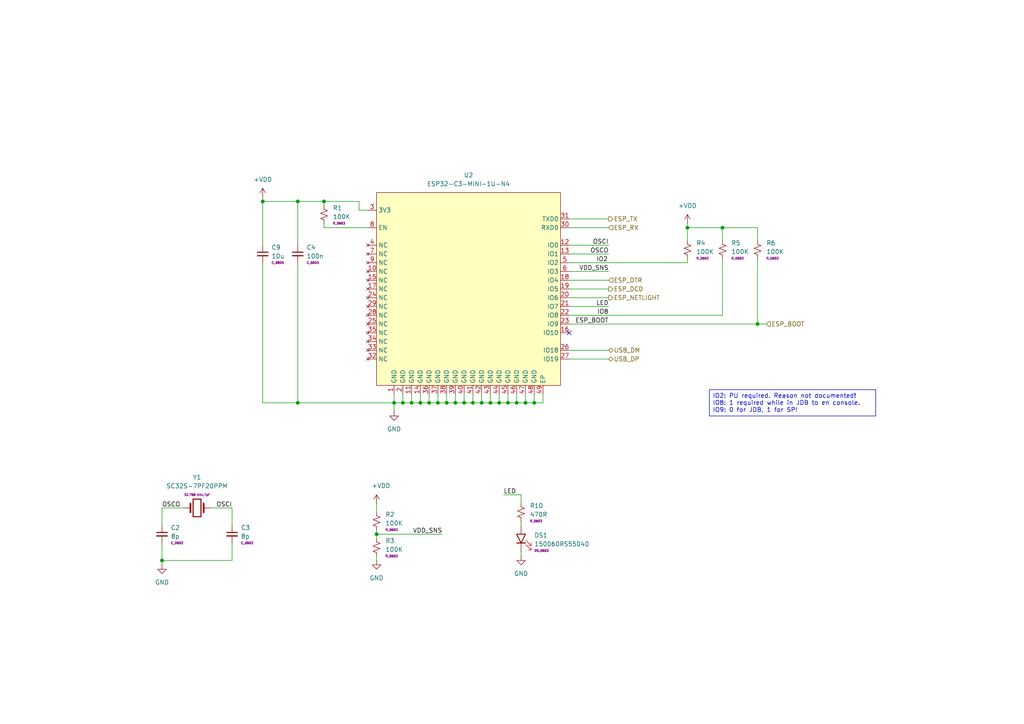
<source format=kicad_sch>
(kicad_sch (version 20250114) (generator "eeschema") (generator_version "9.0")
  (paper "A4")
  (lib_symbols
    (symbol "C_Capacitor:C_0603" (pin_numbers (hide yes)) (pin_names (offset 1.016))
      (property "Reference" "C" (at 3.175 1.905 0))
      (property "Value" "100n" (at 5.08 0 0))
      (property "Size" "C_0603" (at 4.445 -1.905 0))
      (symbol "C_0603_1_1"
        (polyline (pts (xy -1.524 0.508) (xy 1.524 0.508)) (stroke (width 0.3048)))
        (polyline (pts (xy -1.524 -0.508) (xy 1.524 -0.508)) (stroke (width 0.3302)))
        (pin passive line (at 0 2.54 270) (length 2.032) (name "~") (number "1"))
        (pin passive line (at 0 -2.54 90) (length 2.032) (name "~") (number "2"))
      )
    )
    (symbol "C_Capacitor:C_0805" (pin_numbers (hide yes)) (pin_names (offset 1.016))
      (property "Reference" "C" (at 3.175 1.905 0))
      (property "Value" "100n" (at 5.08 0 0))
      (property "Size" "C_0805" (at 4.445 -1.905 0))
      (symbol "C_0805_1_1"
        (polyline (pts (xy -1.524 0.508) (xy 1.524 0.508)) (stroke (width 0.3048)))
        (polyline (pts (xy -1.524 -0.508) (xy 1.524 -0.508)) (stroke (width 0.3302)))
        (pin passive line (at 0 2.54 270) (length 2.032) (name "~") (number "1"))
        (pin passive line (at 0 -2.54 90) (length 2.032) (name "~") (number "2"))
      )
    )
    (symbol "DS_LED:150060RS55040" (pin_numbers (hide yes)) (pin_names (offset 1.016) (hide yes))
      (property "Reference" "DS" (at 0 2.54 0))
      (property "Value" "150060RS55040" (at 0 -5.842 0))
      (property "Size" "DS_0603" (at 0 -3.81 0))
      (symbol "150060RS55040_1_1"
        (polyline (pts (xy -1.778 -1.397) (xy -3.302 -2.921) (xy -2.54 -2.921) (xy -3.302 -2.921) (xy -3.302 -2.159)) (stroke (width 0) (color 194 0 0 1)))
        (polyline (pts (xy -1.27 -1.27) (xy -1.27 1.27)) (stroke (width 0.254)))
        (polyline (pts (xy -1.27 -1.27) (xy -1.27 1.27)) (stroke (width 0.254)))
        (polyline (pts (xy -0.508 -1.397) (xy -2.032 -2.921) (xy -1.27 -2.921) (xy -2.032 -2.921) (xy -2.032 -2.159)) (stroke (width 0) (color 194 0 0 1)))
        (polyline (pts (xy 1.27 -1.27) (xy 1.27 1.27) (xy -1.27 0) (xy 1.27 -1.27)) (stroke (width 0.254)))
        (pin passive line (at -3.81 0 0) (length 2.54) (name "K") (number "1"))
        (pin passive line (at 3.81 0 180) (length 2.54) (name "A") (number "2"))
      )
    )
    (symbol "R_Resistor:R_0603" (pin_numbers (hide yes)) (pin_names (offset 1.016))
      (property "Reference" "R" (at 2.54 1.905 0))
      (property "Value" "10K" (at 3.81 0 0))
      (property "Size" "R_0603" (at 3.81 -1.905 0))
      (symbol "R_0603_1_1"
        (polyline (pts (xy 0 1.524) (xy 1.016 1.143) (xy 0 0.762) (xy -1.016 0.381) (xy 0 0)))
        (polyline (pts (xy 0 0) (xy 1.016 -0.381) (xy 0 -0.762) (xy -1.016 -1.143) (xy 0 -1.524)))
        (pin passive line (at 0 2.54 270) (length 1.016) (name "~") (number "1"))
        (pin passive line (at 0 -2.54 90) (length 1.016) (name "~") (number "2"))
      )
    )
    (symbol "U_MCU:ESP32-C3-MINI-1U-N4"
      (property "Reference" "U" (at 1.27 57.15 0))
      (property "Value" "ESP32-C3-MINI-1U-N4" (at 26.67 27.94 0))
      (symbol "ESP32-C3-MINI-1U-N4_0_1"
        (rectangle (start 0 55.88) (end 53.34 0) (fill (type background)))
      )
      (symbol "ESP32-C3-MINI-1U-N4_1_1"
        (pin power_in line (at -2.54 50.8 0) (length 2.54) (name "3V3") (number "3"))
        (pin input line (at -2.54 45.72 0) (length 2.54) (name "EN") (number "8"))
        (pin no_connect line (at -2.54 40.64 0) (length 2.54) (name "NC") (number "4"))
        (pin no_connect line (at -2.54 38.1 0) (length 2.54) (name "NC") (number "7"))
        (pin no_connect line (at -2.54 35.56 0) (length 2.54) (name "NC") (number "9"))
        (pin no_connect line (at -2.54 33.02 0) (length 2.54) (name "NC") (number "10"))
        (pin no_connect line (at -2.54 30.48 0) (length 2.54) (name "NC") (number "15"))
        (pin no_connect line (at -2.54 27.94 0) (length 2.54) (name "NC") (number "17"))
        (pin no_connect line (at -2.54 25.4 0) (length 2.54) (name "NC") (number "24"))
        (pin no_connect line (at -2.54 22.86 0) (length 2.54) (name "NC") (number "29"))
        (pin no_connect line (at -2.54 20.32 0) (length 2.54) (name "NC") (number "28"))
        (pin no_connect line (at -2.54 17.78 0) (length 2.54) (name "NC") (number "25"))
        (pin no_connect line (at -2.54 15.24 0) (length 2.54) (name "NC") (number "35"))
        (pin no_connect line (at -2.54 12.7 0) (length 2.54) (name "NC") (number "34"))
        (pin no_connect line (at -2.54 10.16 0) (length 2.54) (name "NC") (number "33"))
        (pin no_connect line (at -2.54 7.62 0) (length 2.54) (name "NC") (number "32"))
        (pin power_in line (at 5.08 -2.54 90) (length 2.54) (name "GND") (number "1"))
        (pin power_in line (at 7.62 -2.54 90) (length 2.54) (name "GND") (number "2"))
        (pin power_in line (at 10.16 -2.54 90) (length 2.54) (name "GND") (number "11"))
        (pin power_in line (at 12.7 -2.54 90) (length 2.54) (name "GND") (number "14"))
        (pin power_in line (at 15.24 -2.54 90) (length 2.54) (name "GND") (number "36"))
        (pin power_in line (at 17.78 -2.54 90) (length 2.54) (name "GND") (number "37"))
        (pin power_in line (at 20.32 -2.54 90) (length 2.54) (name "GND") (number "38"))
        (pin power_in line (at 22.86 -2.54 90) (length 2.54) (name "GND") (number "39"))
        (pin power_in line (at 25.4 -2.54 90) (length 2.54) (name "GND") (number "40"))
        (pin power_in line (at 27.94 -2.54 90) (length 2.54) (name "GND") (number "41"))
        (pin power_in line (at 30.48 -2.54 90) (length 2.54) (name "GND") (number "42"))
        (pin power_in line (at 33.02 -2.54 90) (length 2.54) (name "GND") (number "43"))
        (pin power_in line (at 35.56 -2.54 90) (length 2.54) (name "GND") (number "44"))
        (pin power_in line (at 38.1 -2.54 90) (length 2.54) (name "GND") (number "45"))
        (pin power_in line (at 40.64 -2.54 90) (length 2.54) (name "GND") (number "46"))
        (pin power_in line (at 43.18 -2.54 90) (length 2.54) (name "GND") (number "47"))
        (pin power_in line (at 45.72 -2.54 90) (length 2.54) (name "GND") (number "48"))
        (pin power_in line (at 48.26 -2.54 90) (length 2.54) (name "EP") (number "49"))
        (pin output line (at 55.88 48.26 180) (length 2.54) (name "TXD0") (number "31"))
        (pin input line (at 55.88 45.72 180) (length 2.54) (name "RXD0") (number "30"))
        (pin bidirectional line (at 55.88 40.64 180) (length 2.54) (name "IO0") (number "12"))
        (pin bidirectional line (at 55.88 38.1 180) (length 2.54) (name "IO1") (number "13"))
        (pin bidirectional line (at 55.88 35.56 180) (length 2.54) (name "IO2") (number "5"))
        (pin bidirectional line (at 55.88 33.02 180) (length 2.54) (name "IO3") (number "6"))
        (pin bidirectional line (at 55.88 30.48 180) (length 2.54) (name "IO4") (number "18"))
        (pin bidirectional line (at 55.88 27.94 180) (length 2.54) (name "IO5") (number "19"))
        (pin bidirectional line (at 55.88 25.4 180) (length 2.54) (name "IO6") (number "20"))
        (pin bidirectional line (at 55.88 22.86 180) (length 2.54) (name "IO7") (number "21"))
        (pin bidirectional line (at 55.88 20.32 180) (length 2.54) (name "IO8") (number "22"))
        (pin bidirectional line (at 55.88 17.78 180) (length 2.54) (name "IO9") (number "23"))
        (pin bidirectional line (at 55.88 15.24 180) (length 2.54) (name "IO10") (number "16"))
        (pin bidirectional line (at 55.88 10.16 180) (length 2.54) (name "IO18") (number "26"))
        (pin bidirectional line (at 55.88 7.62 180) (length 2.54) (name "IO19") (number "27"))
      )
    )
    (symbol "Y_Oscillator:SC32S-7PF20PPM" (pin_numbers (hide yes)) (pin_names (offset 0) (hide yes))
      (property "Reference" "Y" (at -1.27 6.35 0))
      (property "Value" "SC32S-7PF20PPM" (at 0 4.572 0))
      (property "Params" "32.768 kHz,7pF" (at 0.635 3.175 0))
      (symbol "SC32S-7PF20PPM_0_1"
        (polyline (pts (xy -2.54 0) (xy -1.905 0)))
        (polyline (pts (xy -1.905 -1.27) (xy -1.905 1.27)) (stroke (width 0.508)))
        (rectangle (start -1.143 2.54) (end 1.143 -2.54) (stroke (width 0.3048)))
        (polyline (pts (xy 1.905 -1.27) (xy 1.905 1.27)) (stroke (width 0.508)))
        (polyline (pts (xy 2.54 0) (xy 1.905 0)))
      )
      (symbol "SC32S-7PF20PPM_1_1"
        (pin passive line (at -3.81 0 0) (length 1.27) (name "1") (number "1"))
        (pin passive line (at 3.81 0 180) (length 1.27) (name "2") (number "2"))
      )
    )
    (symbol "power:GND" (power) (pin_numbers (hide yes)) (pin_names (offset 0) (hide yes))
      (property "Value" "GND" (at 0 -3.81 0))
      (symbol "GND_0_1"
        (polyline (pts (xy 0 0) (xy 0 -1.27) (xy 1.27 -1.27) (xy 0 -2.54) (xy -1.27 -1.27) (xy 0 -1.27)))
      )
      (symbol "GND_1_1"
        (pin power_in line (at 0 0 270) (length 0) (name "~") (number "1"))
      )
    )
    (symbol "power:VDD" (power) (pin_numbers (hide yes)) (pin_names (offset 0) (hide yes))
      (property "Value" "VDD" (at 0 3.556 0))
      (symbol "VDD_0_1"
        (polyline (pts (xy -0.762 1.27) (xy 0 2.54)))
        (polyline (pts (xy 0 2.54) (xy 0.762 1.27)))
        (polyline (pts (xy 0 0) (xy 0 2.54)))
      )
      (symbol "VDD_1_1"
        (pin power_in line (at 0 0 90) (length 0) (name "~") (number "1"))
      )
    )
  )
  (text_box "IO2: PU required. Reason not documented!\nIO8: 1 required while in JDB to en console.\nIO9: 0 for JDB, 1 for SPI" (at 205.74 113.03 0) (size 48.26 7.62) (margins 0.9525 0.9525 0.9525 0.9525) (effects (font (size 1.27 1.27)) (justify left top)))
  (junction (at 154.94 116.84))
  (junction (at 209.55 66.04))
  (junction (at 127 116.84))
  (junction (at 86.36 116.84))
  (junction (at 144.78 116.84))
  (junction (at 86.36 58.42))
  (junction (at 134.62 116.84))
  (junction (at 219.71 93.98))
  (junction (at 114.3 116.84))
  (junction (at 142.24 116.84))
  (junction (at 119.38 116.84))
  (junction (at 124.46 116.84))
  (junction (at 149.86 116.84))
  (junction (at 152.4 116.84))
  (junction (at 76.2 58.42))
  (junction (at 116.84 116.84))
  (junction (at 139.7 116.84))
  (junction (at 46.99 162.56))
  (junction (at 199.39 66.04))
  (junction (at 147.32 116.84))
  (junction (at 129.54 116.84))
  (junction (at 132.08 116.84))
  (junction (at 109.22 154.94))
  (junction (at 93.98 58.42))
  (junction (at 137.16 116.84))
  (junction (at 121.92 116.84))
  (no_connect (at 165.1 96.52))
  (wire (pts (xy 219.71 93.98) (xy 222.25 93.98)))
  (wire (pts (xy 149.86 116.84) (xy 149.86 114.3)))
  (wire (pts (xy 114.3 116.84) (xy 114.3 114.3)))
  (wire (pts (xy 134.62 116.84) (xy 137.16 116.84)))
  (wire (pts (xy 127 116.84) (xy 129.54 116.84)))
  (wire (pts (xy 46.99 162.56) (xy 67.31 162.56)))
  (wire (pts (xy 46.99 162.56) (xy 46.99 163.83)))
  (wire (pts (xy 139.7 116.84) (xy 142.24 116.84)))
  (wire (pts (xy 124.46 116.84) (xy 124.46 114.3)))
  (wire (pts (xy 114.3 116.84) (xy 114.3 119.38)))
  (wire (pts (xy 76.2 57.15) (xy 76.2 58.42)))
  (wire (pts (xy 53.34 147.32) (xy 46.99 147.32)))
  (wire (pts (xy 134.62 116.84) (xy 134.62 114.3)))
  (wire (pts (xy 157.48 116.84) (xy 157.48 114.3)))
  (wire (pts (xy 165.1 104.14) (xy 176.53 104.14)))
  (wire (pts (xy 165.1 78.74) (xy 176.53 78.74)))
  (wire (pts (xy 93.98 58.42) (xy 93.98 59.69)))
  (wire (pts (xy 151.13 143.51) (xy 151.13 146.05)))
  (wire (pts (xy 142.24 116.84) (xy 144.78 116.84)))
  (wire (pts (xy 67.31 147.32) (xy 67.31 152.4)))
  (wire (pts (xy 165.1 86.36) (xy 176.53 86.36)))
  (wire (pts (xy 152.4 116.84) (xy 154.94 116.84)))
  (wire (pts (xy 219.71 66.04) (xy 209.55 66.04)))
  (wire (pts (xy 146.05 143.51) (xy 151.13 143.51)))
  (wire (pts (xy 119.38 116.84) (xy 119.38 114.3)))
  (wire (pts (xy 86.36 58.42) (xy 86.36 71.12)))
  (wire (pts (xy 114.3 116.84) (xy 116.84 116.84)))
  (wire (pts (xy 149.86 116.84) (xy 152.4 116.84)))
  (wire (pts (xy 76.2 116.84) (xy 86.36 116.84)))
  (wire (pts (xy 144.78 116.84) (xy 147.32 116.84)))
  (wire (pts (xy 104.14 60.96) (xy 104.14 58.42)))
  (wire (pts (xy 116.84 116.84) (xy 116.84 114.3)))
  (wire (pts (xy 104.14 58.42) (xy 93.98 58.42)))
  (wire (pts (xy 165.1 93.98) (xy 219.71 93.98)))
  (wire (pts (xy 144.78 116.84) (xy 144.78 114.3)))
  (wire (pts (xy 165.1 91.44) (xy 209.55 91.44)))
  (wire (pts (xy 165.1 81.28) (xy 176.53 81.28)))
  (wire (pts (xy 154.94 116.84) (xy 154.94 114.3)))
  (wire (pts (xy 165.1 83.82) (xy 176.53 83.82)))
  (wire (pts (xy 104.14 60.96) (xy 106.68 60.96)))
  (wire (pts (xy 93.98 66.04) (xy 106.68 66.04)))
  (wire (pts (xy 109.22 161.29) (xy 109.22 162.56)))
  (wire (pts (xy 165.1 88.9) (xy 176.53 88.9)))
  (wire (pts (xy 109.22 153.67) (xy 109.22 154.94)))
  (wire (pts (xy 46.99 147.32) (xy 46.99 152.4)))
  (wire (pts (xy 147.32 116.84) (xy 149.86 116.84)))
  (wire (pts (xy 67.31 162.56) (xy 67.31 157.48)))
  (wire (pts (xy 199.39 74.93) (xy 199.39 76.2)))
  (wire (pts (xy 151.13 160.02) (xy 151.13 161.29)))
  (wire (pts (xy 76.2 76.2) (xy 76.2 116.84)))
  (wire (pts (xy 93.98 64.77) (xy 93.98 66.04)))
  (wire (pts (xy 152.4 116.84) (xy 152.4 114.3)))
  (wire (pts (xy 165.1 63.5) (xy 176.53 63.5)))
  (wire (pts (xy 129.54 116.84) (xy 129.54 114.3)))
  (wire (pts (xy 129.54 116.84) (xy 132.08 116.84)))
  (wire (pts (xy 119.38 116.84) (xy 121.92 116.84)))
  (wire (pts (xy 46.99 157.48) (xy 46.99 162.56)))
  (wire (pts (xy 199.39 69.85) (xy 199.39 66.04)))
  (wire (pts (xy 139.7 116.84) (xy 139.7 114.3)))
  (wire (pts (xy 127 116.84) (xy 127 114.3)))
  (wire (pts (xy 219.71 74.93) (xy 219.71 93.98)))
  (wire (pts (xy 151.13 151.13) (xy 151.13 152.4)))
  (wire (pts (xy 137.16 116.84) (xy 139.7 116.84)))
  (wire (pts (xy 132.08 116.84) (xy 134.62 116.84)))
  (wire (pts (xy 109.22 154.94) (xy 109.22 156.21)))
  (wire (pts (xy 116.84 116.84) (xy 119.38 116.84)))
  (wire (pts (xy 76.2 71.12) (xy 76.2 58.42)))
  (wire (pts (xy 154.94 116.84) (xy 157.48 116.84)))
  (wire (pts (xy 209.55 69.85) (xy 209.55 66.04)))
  (wire (pts (xy 142.24 116.84) (xy 142.24 114.3)))
  (wire (pts (xy 209.55 74.93) (xy 209.55 91.44)))
  (wire (pts (xy 93.98 58.42) (xy 86.36 58.42)))
  (wire (pts (xy 76.2 58.42) (xy 86.36 58.42)))
  (wire (pts (xy 165.1 66.04) (xy 176.53 66.04)))
  (wire (pts (xy 86.36 116.84) (xy 114.3 116.84)))
  (wire (pts (xy 165.1 101.6) (xy 176.53 101.6)))
  (wire (pts (xy 165.1 71.12) (xy 176.53 71.12)))
  (wire (pts (xy 219.71 69.85) (xy 219.71 66.04)))
  (wire (pts (xy 124.46 116.84) (xy 127 116.84)))
  (wire (pts (xy 86.36 76.2) (xy 86.36 116.84)))
  (wire (pts (xy 137.16 116.84) (xy 137.16 114.3)))
  (wire (pts (xy 109.22 146.05) (xy 109.22 148.59)))
  (wire (pts (xy 121.92 116.84) (xy 121.92 114.3)))
  (wire (pts (xy 121.92 116.84) (xy 124.46 116.84)))
  (wire (pts (xy 132.08 116.84) (xy 132.08 114.3)))
  (wire (pts (xy 109.22 154.94) (xy 128.27 154.94)))
  (wire (pts (xy 60.96 147.32) (xy 67.31 147.32)))
  (wire (pts (xy 147.32 116.84) (xy 147.32 114.3)))
  (wire (pts (xy 165.1 73.66) (xy 176.53 73.66)))
  (wire (pts (xy 165.1 76.2) (xy 199.39 76.2)))
  (wire (pts (xy 209.55 66.04) (xy 199.39 66.04)))
  (wire (pts (xy 199.39 66.04) (xy 199.39 64.77)))
  (label "OSCO" (at 176.53 73.66 180))
  (label "OSCI" (at 67.31 147.32 180))
  (label "LED" (at 146.05 143.51 0))
  (label "OSCI" (at 176.53 71.12 180))
  (label "IO2" (at 176.3136 76.2 180))
  (label "LED" (at 176.53 88.9 180))
  (label "VDD_SNS" (at 128.27 154.94 180))
  (label "IO8" (at 176.53 91.44 180))
  (label "VDD_SNS" (at 176.53 78.74 180))
  (label "OSCO" (at 46.99 147.32 0))
  (label "ESP_BOOT" (at 176.53 93.98 180))
  (hierarchical_label "ESP_DTR" (shape input) (at 176.53 81.28 0))
  (hierarchical_label "ESP_TX" (shape output) (at 176.53 63.5 0))
  (hierarchical_label "ESP_RX" (shape input) (at 176.53 66.04 0))
  (hierarchical_label "USB_DM" (shape bidirectional) (at 176.53 101.6 0))
  (hierarchical_label "USB_DP" (shape bidirectional) (at 176.53 104.14 0))
  (hierarchical_label "ESP_NETLIGHT" (shape output) (at 176.53 86.36 0))
  (hierarchical_label "ESP_BOOT" (shape input) (at 222.25 93.98 0))
  (hierarchical_label "ESP_DCD" (shape output) (at 176.53 83.82 0))
  (symbol (lib_id "R_Resistor:R_0603") (at 109.22 158.75 0) (unit 1)
    (property "Reference" "R3" (at 111.76 156.8449 0) (effects (justify left)))
    (property "Value" "100K" (at 111.76 159.3849 0) (effects (justify left)))
    (property "Footprint" "R_Resistor:R_0603" (effects (hide yes)))
    (property "Size" "R_0603" (at 111.76 161.29 0) (effects (font (size 0.635 0.635)) (justify left)))
  )
  (symbol (lib_id "Y_Oscillator:SC32S-7PF20PPM") (at 57.15 147.32 180) (unit 1)
    (property "Reference" "Y1" (at 57.15 138.43 0))
    (property "Value" "SC32S-7PF20PPM" (at 57.15 140.97 0))
    (property "Footprint" "Y_Oscillator:Crystal_SMD2_3.2x1.5" (effects (hide yes)))
    (property "Datasheet" "https://www.sii.co.jp/en/quartz/files/2013/03/SC-32S_Leaflet_e20151217.pdf" (effects (hide yes)))
    (property "Description" "CRYSTAL 32.7680KHZ 7PF SMD" (effects (hide yes)))
    (property "Params" "32.768 kHz,7pF" (at 57.15 143.51 0) (effects (font (size 0.63 0.63))))
  )
  (symbol (lib_id "power:GND") (at 109.22 162.56 0) (unit 1)
    (property "Reference" "#PWR012" (effects (hide yes)))
    (property "Value" "GND" (at 109.22 167.64 0))
    (property "Description" "Power symbol creates a global label with name \"GND\" , ground" (effects (hide yes)))
  )
  (symbol (lib_id "C_Capacitor:C_0603") (at 46.99 154.94 0) (unit 1)
    (property "Reference" "C2" (at 49.53 153.0412 0) (effects (justify left)))
    (property "Value" "8p" (at 49.53 155.5812 0) (effects (justify left)))
    (property "Footprint" "C_Capacitor:C_0603" (effects (hide yes)))
    (property "Size" "C_0603" (at 49.53 157.4863 0) (effects (font (size 0.635 0.635)) (justify left)))
  )
  (symbol (lib_id "R_Resistor:R_0603") (at 93.98 62.23 0) (unit 1)
    (property "Reference" "R1" (at 96.52 60.3249 0) (effects (justify left)))
    (property "Value" "100K" (at 96.52 62.8649 0) (effects (justify left)))
    (property "Footprint" "R_Resistor:R_0603" (effects (hide yes)))
    (property "Size" "R_0603" (at 96.52 64.77 0) (effects (font (size 0.635 0.635)) (justify left)))
  )
  (symbol (lib_id "R_Resistor:R_0603") (at 109.22 151.13 0) (unit 1)
    (property "Reference" "R2" (at 111.76 149.2249 0) (effects (justify left)))
    (property "Value" "100K" (at 111.76 151.7649 0) (effects (justify left)))
    (property "Footprint" "R_Resistor:R_0603" (effects (hide yes)))
    (property "Size" "R_0603" (at 111.76 153.67 0) (effects (font (size 0.635 0.635)) (justify left)))
  )
  (symbol (lib_id "power:VDD") (at 76.2 57.15 0) (unit 1)
    (property "Reference" "#PWR010" (effects (hide yes)))
    (property "Value" "+VDD" (at 76.2 52.07 0))
    (property "Description" "Power symbol creates a global label with name \"VDD\"" (effects (hide yes)))
  )
  (symbol (lib_id "R_Resistor:R_0603") (at 209.55 72.39 0) (unit 1)
    (property "Reference" "R5" (at 212.09 70.4849 0) (effects (justify left)))
    (property "Value" "100K" (at 212.09 73.0249 0) (effects (justify left)))
    (property "Footprint" "R_Resistor:R_0603" (effects (hide yes)))
    (property "Size" "R_0603" (at 212.09 74.93 0) (effects (font (size 0.635 0.635)) (justify left)))
  )
  (symbol (lib_id "R_Resistor:R_0603") (at 199.39 72.39 0) (unit 1)
    (property "Reference" "R4" (at 201.93 70.4849 0) (effects (justify left)))
    (property "Value" "100K" (at 201.93 73.0249 0) (effects (justify left)))
    (property "Footprint" "R_Resistor:R_0603" (effects (hide yes)))
    (property "Size" "R_0603" (at 201.93 74.93 0) (effects (font (size 0.635 0.635)) (justify left)))
  )
  (symbol (lib_id "power:GND") (at 114.3 119.38 0) (unit 1)
    (property "Reference" "#PWR013" (effects (hide yes)))
    (property "Value" "GND" (at 114.3 124.46 0))
    (property "Description" "Power symbol creates a global label with name \"GND\" , ground" (effects (hide yes)))
  )
  (symbol (lib_id "C_Capacitor:C_0805") (at 76.2 73.66 0) (mirror y) (unit 1)
    (property "Reference" "C9" (at 78.74 71.7612 0) (effects (justify right)))
    (property "Value" "10u" (at 78.74 74.3012 0) (effects (justify right)))
    (property "Footprint" "C_Capacitor:C_0805" (effects (hide yes)))
    (property "Size" "C_0805" (at 78.74 76.2063 0) (effects (font (size 0.635 0.635)) (justify right)))
  )
  (symbol (lib_id "power:GND") (at 151.13 161.29 0) (unit 1)
    (property "Reference" "#PWR023" (effects (hide yes)))
    (property "Value" "GND" (at 151.13 166.37 0))
    (property "Description" "Power symbol creates a global label with name \"GND\" , ground" (effects (hide yes)))
  )
  (symbol (lib_id "R_Resistor:R_0603") (at 219.71 72.39 0) (unit 1)
    (property "Reference" "R6" (at 222.25 70.4849 0) (effects (justify left)))
    (property "Value" "100K" (at 222.25 73.0249 0) (effects (justify left)))
    (property "Footprint" "R_Resistor:R_0603" (effects (hide yes)))
    (property "Size" "R_0603" (at 222.25 74.93 0) (effects (font (size 0.635 0.635)) (justify left)))
  )
  (symbol (lib_id "power:VDD") (at 109.22 146.05 0) (unit 1)
    (property "Reference" "#PWR011" (effects (hide yes)))
    (property "Value" "+VDD" (at 110.4958 140.8912 0))
    (property "Description" "Power symbol creates a global label with name \"VDD\"" (effects (hide yes)))
  )
  (symbol (lib_id "power:GND") (at 46.99 163.83 0) (unit 1)
    (property "Reference" "#PWR09" (effects (hide yes)))
    (property "Value" "GND" (at 46.99 168.91 0))
    (property "Description" "Power symbol creates a global label with name \"GND\" , ground" (effects (hide yes)))
  )
  (symbol (lib_id "C_Capacitor:C_0603") (at 86.36 73.66 0) (unit 1)
    (property "Reference" "C4" (at 88.9 71.7612 0) (effects (justify left)))
    (property "Value" "100n" (at 88.9 74.3012 0) (effects (justify left)))
    (property "Footprint" "C_Capacitor:C_0603" (effects (hide yes)))
    (property "Size" "C_0603" (at 88.9 76.2063 0) (effects (font (size 0.635 0.635)) (justify left)))
  )
  (symbol (lib_id "R_Resistor:R_0603") (at 151.13 148.59 0) (unit 1)
    (property "Reference" "R10" (at 153.67 146.6849 0) (effects (justify left)))
    (property "Value" "470R" (at 153.67 149.2249 0) (effects (justify left)))
    (property "Footprint" "R_Resistor:R_0603" (effects (hide yes)))
    (property "Size" "R_0603" (at 153.67 151.13 0) (effects (font (size 0.635 0.635)) (justify left)))
  )
  (symbol (lib_id "DS_LED:150060RS55040") (at 151.13 156.21 90) (unit 1)
    (property "Reference" "DS1" (at 154.94 155.2574 90) (effects (justify right)))
    (property "Value" "150060RS55040" (at 154.94 157.7974 90) (effects (justify right)))
    (property "Footprint" "DS_LED:DS_0603" (effects (hide yes)))
    (property "Datasheet" "https://www.we-online.com/katalog/datasheet/150060RS55040.pdf" (effects (hide yes)))
    (property "Description" "LED RED DIFFUSED 0603 SMD" (effects (hide yes)))
    (property "Size" "DS_0603" (at 154.94 159.7025 90) (effects (font (size 0.635 0.635)) (justify right)))
  )
  (symbol (lib_id "U_MCU:ESP32-C3-MINI-1U-N4") (at 109.22 111.76 0) (unit 1)
    (property "Reference" "U2" (at 135.89 50.8 0))
    (property "Value" "ESP32-C3-MINI-1U-N4" (at 135.89 53.34 0))
    (property "Footprint" "U_Module:ESP32-C3-MINI-1U" (effects (hide yes)))
    (property "Datasheet" "https://www.espressif.com/sites/default/files/documentation/esp32-c3-mini-1_datasheet_en.pdf" (effects (hide yes)))
    (property "Description" "RF TXRX MOD BT WIFI PCB TH SMD" (effects (hide yes)))
  )
  (symbol (lib_id "C_Capacitor:C_0603") (at 67.31 154.94 0) (unit 1)
    (property "Reference" "C3" (at 69.85 153.0412 0) (effects (justify left)))
    (property "Value" "8p" (at 69.85 155.5812 0) (effects (justify left)))
    (property "Footprint" "C_Capacitor:C_0603" (effects (hide yes)))
    (property "Size" "C_0603" (at 69.85 157.4863 0) (effects (font (size 0.635 0.635)) (justify left)))
  )
  (symbol (lib_id "power:VDD") (at 199.39 64.77 0) (unit 1)
    (property "Reference" "#PWR014" (effects (hide yes)))
    (property "Value" "+VDD" (at 199.39 59.69 0))
    (property "Description" "Power symbol creates a global label with name \"VDD\"" (effects (hide yes)))
  )
)
</source>
